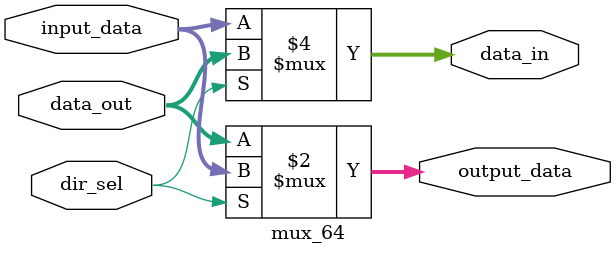
<source format=sv>
module mux_64
(
   input wire [63:0] data_out,
   input wire [63:0] input_data,
   input wire dir_sel, 
   output wire [63:0] data_in,
   output wire [63:0] output_data
);


  assign output_data = (dir_sel == 1'b0)? data_out : input_data;  
  assign data_in = (dir_sel == 1'b1)? data_out : input_data; 

endmodule

</source>
